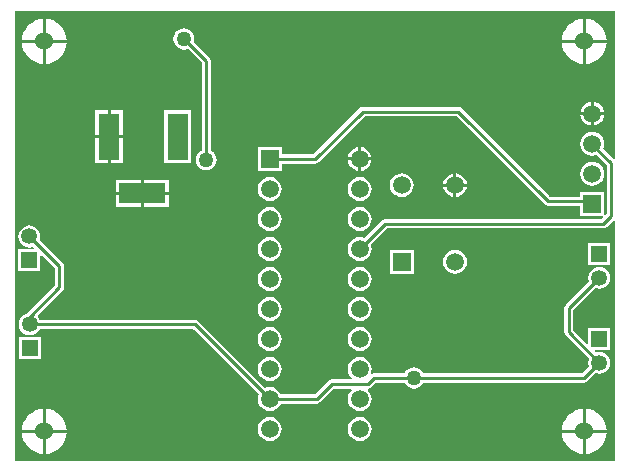
<source format=gbl>
G04*
G04 #@! TF.GenerationSoftware,Altium Limited,Altium Designer,19.1.7 (138)*
G04*
G04 Layer_Physical_Order=2*
G04 Layer_Color=16711680*
%FSLAX25Y25*%
%MOIN*%
G70*
G01*
G75*
%ADD15C,0.01000*%
%ADD23R,0.05906X0.05906*%
%ADD40C,0.05906*%
%ADD41R,0.05906X0.05906*%
%ADD42C,0.06000*%
%ADD43R,0.07087X0.15748*%
%ADD44R,0.15748X0.07087*%
%ADD45R,0.05315X0.05315*%
%ADD46C,0.05315*%
%ADD47C,0.05000*%
G36*
X200229Y150200D02*
X200229Y100870D01*
X199729Y100663D01*
X196200Y104192D01*
X196480Y104868D01*
X196616Y105900D01*
X196480Y106932D01*
X196082Y107893D01*
X195448Y108719D01*
X194623Y109353D01*
X193661Y109751D01*
X192629Y109887D01*
X191597Y109751D01*
X190636Y109353D01*
X189810Y108719D01*
X189176Y107893D01*
X188778Y106932D01*
X188642Y105900D01*
X188778Y104868D01*
X189176Y103907D01*
X189810Y103081D01*
X190636Y102447D01*
X191597Y102049D01*
X192629Y101913D01*
X193661Y102049D01*
X193913Y102153D01*
X197400Y98667D01*
Y82451D01*
X197021Y82141D01*
X196582Y82323D01*
Y89853D01*
X188676D01*
Y88229D01*
X178563D01*
X149111Y117681D01*
X148614Y118013D01*
X148029Y118129D01*
X116129D01*
X115544Y118013D01*
X115048Y117681D01*
X99691Y102324D01*
X89069D01*
Y104748D01*
X81163D01*
Y96842D01*
X89069D01*
Y99266D01*
X100324D01*
X100909Y99382D01*
X101406Y99714D01*
X116763Y115071D01*
X147396D01*
X176848Y85619D01*
X177344Y85287D01*
X177929Y85171D01*
X188676D01*
Y81947D01*
X196206D01*
X196414Y81447D01*
X195696Y80729D01*
X123521D01*
X122936Y80613D01*
X122440Y80281D01*
X116612Y74454D01*
X116148Y74646D01*
X115116Y74782D01*
X114084Y74646D01*
X113123Y74248D01*
X112297Y73614D01*
X111663Y72789D01*
X111265Y71827D01*
X111129Y70795D01*
X111265Y69763D01*
X111663Y68802D01*
X112297Y67976D01*
X113123Y67342D01*
X114084Y66944D01*
X115116Y66808D01*
X116148Y66944D01*
X117109Y67342D01*
X117935Y67976D01*
X118569Y68802D01*
X118967Y69763D01*
X119103Y70795D01*
X118967Y71827D01*
X118775Y72291D01*
X124154Y77671D01*
X196329D01*
X196914Y77787D01*
X197411Y78119D01*
X199729Y80437D01*
X200229Y80230D01*
X200229Y200D01*
X229D01*
X229Y150200D01*
X200229Y150200D01*
D02*
G37*
%LPC*%
G36*
X190500Y147487D02*
Y140500D01*
X197487D01*
X197391Y141470D01*
X196963Y142884D01*
X196266Y144187D01*
X195329Y145329D01*
X194187Y146266D01*
X192884Y146963D01*
X191470Y147391D01*
X190500Y147487D01*
D02*
G37*
G36*
X189500D02*
X188530Y147391D01*
X187116Y146963D01*
X185813Y146266D01*
X184671Y145329D01*
X183734Y144187D01*
X183037Y142884D01*
X182608Y141470D01*
X182513Y140500D01*
X189500D01*
Y147487D01*
D02*
G37*
G36*
X10500D02*
Y140500D01*
X17487D01*
X17391Y141470D01*
X16963Y142884D01*
X16266Y144187D01*
X15329Y145329D01*
X14187Y146266D01*
X12884Y146963D01*
X11470Y147391D01*
X10500Y147487D01*
D02*
G37*
G36*
X9500D02*
X8530Y147391D01*
X7116Y146963D01*
X5813Y146266D01*
X4671Y145329D01*
X3734Y144187D01*
X3037Y142884D01*
X2609Y141470D01*
X2513Y140500D01*
X9500D01*
Y147487D01*
D02*
G37*
G36*
X197487Y139500D02*
X190500D01*
Y132513D01*
X191470Y132608D01*
X192884Y133037D01*
X194187Y133734D01*
X195329Y134671D01*
X196266Y135813D01*
X196963Y137116D01*
X197391Y138530D01*
X197487Y139500D01*
D02*
G37*
G36*
X189500D02*
X182513D01*
X182608Y138530D01*
X183037Y137116D01*
X183734Y135813D01*
X184671Y134671D01*
X185813Y133734D01*
X187116Y133037D01*
X188530Y132608D01*
X189500Y132513D01*
Y139500D01*
D02*
G37*
G36*
X17487D02*
X10500D01*
Y132513D01*
X11470Y132608D01*
X12884Y133037D01*
X14187Y133734D01*
X15329Y134671D01*
X16266Y135813D01*
X16963Y137116D01*
X17391Y138530D01*
X17487Y139500D01*
D02*
G37*
G36*
X9500D02*
X2513D01*
X2609Y138530D01*
X3037Y137116D01*
X3734Y135813D01*
X4671Y134671D01*
X5813Y133734D01*
X7116Y133037D01*
X8530Y132608D01*
X9500Y132513D01*
Y139500D01*
D02*
G37*
G36*
X193129Y119821D02*
Y116400D01*
X196550D01*
X196480Y116932D01*
X196082Y117893D01*
X195448Y118719D01*
X194623Y119353D01*
X193661Y119751D01*
X193129Y119821D01*
D02*
G37*
G36*
X192129D02*
X191597Y119751D01*
X190636Y119353D01*
X189810Y118719D01*
X189176Y117893D01*
X188778Y116932D01*
X188708Y116400D01*
X192129D01*
Y119821D01*
D02*
G37*
G36*
Y115400D02*
X188708D01*
X188778Y114868D01*
X189176Y113907D01*
X189810Y113081D01*
X190636Y112447D01*
X191597Y112049D01*
X192129Y111979D01*
Y115400D01*
D02*
G37*
G36*
X196550D02*
X193129D01*
Y111979D01*
X193661Y112049D01*
X194623Y112447D01*
X195448Y113081D01*
X196082Y113907D01*
X196480Y114868D01*
X196550Y115400D01*
D02*
G37*
G36*
X36138Y117128D02*
X32094D01*
Y108754D01*
X36138D01*
Y117128D01*
D02*
G37*
G36*
X31095D02*
X27051D01*
Y108754D01*
X31095D01*
Y117128D01*
D02*
G37*
G36*
X115616Y104716D02*
Y101295D01*
X119037D01*
X118967Y101827D01*
X118569Y102788D01*
X117935Y103614D01*
X117109Y104248D01*
X116148Y104646D01*
X115616Y104716D01*
D02*
G37*
G36*
X114616D02*
X114084Y104646D01*
X113123Y104248D01*
X112297Y103614D01*
X111663Y102788D01*
X111265Y101827D01*
X111195Y101295D01*
X114616D01*
Y104716D01*
D02*
G37*
G36*
X58972Y117128D02*
X49886D01*
Y99379D01*
X58972D01*
Y117128D01*
D02*
G37*
G36*
X36138Y107754D02*
X32094D01*
Y99379D01*
X36138D01*
Y107754D01*
D02*
G37*
G36*
X31095D02*
X27051D01*
Y99379D01*
X31095D01*
Y107754D01*
D02*
G37*
G36*
X56529Y144330D02*
X55615Y144210D01*
X54764Y143857D01*
X54033Y143296D01*
X53472Y142565D01*
X53119Y141714D01*
X52999Y140800D01*
X53119Y139886D01*
X53472Y139035D01*
X54033Y138304D01*
X54764Y137743D01*
X55615Y137390D01*
X56529Y137270D01*
X57443Y137390D01*
X57820Y137546D01*
X62400Y132966D01*
Y103655D01*
X62164Y103557D01*
X61433Y102996D01*
X60872Y102265D01*
X60519Y101414D01*
X60399Y100500D01*
X60519Y99586D01*
X60872Y98735D01*
X61433Y98004D01*
X62164Y97443D01*
X63015Y97090D01*
X63929Y96970D01*
X64843Y97090D01*
X65694Y97443D01*
X66425Y98004D01*
X66986Y98735D01*
X67339Y99586D01*
X67459Y100500D01*
X67339Y101414D01*
X66986Y102265D01*
X66425Y102996D01*
X65694Y103557D01*
X65459Y103655D01*
Y133600D01*
X65342Y134185D01*
X65011Y134681D01*
X59900Y139792D01*
X59939Y139886D01*
X60059Y140800D01*
X59939Y141714D01*
X59586Y142565D01*
X59025Y143296D01*
X58294Y143857D01*
X57443Y144210D01*
X56529Y144330D01*
D02*
G37*
G36*
X119037Y100295D02*
X115616D01*
Y96874D01*
X116148Y96944D01*
X117109Y97342D01*
X117935Y97976D01*
X118569Y98802D01*
X118967Y99763D01*
X119037Y100295D01*
D02*
G37*
G36*
X114616D02*
X111195D01*
X111265Y99763D01*
X111663Y98802D01*
X112297Y97976D01*
X113123Y97342D01*
X114084Y96944D01*
X114616Y96874D01*
Y100295D01*
D02*
G37*
G36*
X147387Y96016D02*
Y92595D01*
X150808D01*
X150738Y93127D01*
X150340Y94089D01*
X149706Y94914D01*
X148881Y95548D01*
X147919Y95946D01*
X147387Y96016D01*
D02*
G37*
G36*
X146387D02*
X145855Y95946D01*
X144894Y95548D01*
X144068Y94914D01*
X143435Y94089D01*
X143036Y93127D01*
X142966Y92595D01*
X146387D01*
Y96016D01*
D02*
G37*
G36*
X192629Y99887D02*
X191597Y99751D01*
X190636Y99353D01*
X189810Y98719D01*
X189176Y97893D01*
X188778Y96932D01*
X188642Y95900D01*
X188778Y94868D01*
X189176Y93907D01*
X189810Y93081D01*
X190636Y92447D01*
X191597Y92049D01*
X192629Y91913D01*
X193661Y92049D01*
X194623Y92447D01*
X195448Y93081D01*
X196082Y93907D01*
X196480Y94868D01*
X196616Y95900D01*
X196480Y96932D01*
X196082Y97893D01*
X195448Y98719D01*
X194623Y99353D01*
X193661Y99751D01*
X192629Y99887D01*
D02*
G37*
G36*
X51492Y93899D02*
X43118D01*
Y89856D01*
X51492D01*
Y93899D01*
D02*
G37*
G36*
X42118D02*
X33744D01*
Y89856D01*
X42118D01*
Y93899D01*
D02*
G37*
G36*
X150808Y91595D02*
X147387D01*
Y88174D01*
X147919Y88244D01*
X148881Y88643D01*
X149706Y89276D01*
X150340Y90102D01*
X150738Y91063D01*
X150808Y91595D01*
D02*
G37*
G36*
X146387D02*
X142966D01*
X143036Y91063D01*
X143435Y90102D01*
X144068Y89276D01*
X144894Y88643D01*
X145855Y88244D01*
X146387Y88174D01*
Y91595D01*
D02*
G37*
G36*
X129171Y96082D02*
X128139Y95946D01*
X127177Y95548D01*
X126352Y94914D01*
X125718Y94089D01*
X125320Y93127D01*
X125184Y92095D01*
X125320Y91063D01*
X125718Y90102D01*
X126352Y89276D01*
X127177Y88643D01*
X128139Y88244D01*
X129171Y88108D01*
X130203Y88244D01*
X131164Y88643D01*
X131990Y89276D01*
X132624Y90102D01*
X133022Y91063D01*
X133158Y92095D01*
X133022Y93127D01*
X132624Y94089D01*
X131990Y94914D01*
X131164Y95548D01*
X130203Y95946D01*
X129171Y96082D01*
D02*
G37*
G36*
X115116Y94782D02*
X114084Y94646D01*
X113123Y94248D01*
X112297Y93614D01*
X111663Y92788D01*
X111265Y91827D01*
X111129Y90795D01*
X111265Y89763D01*
X111663Y88802D01*
X112297Y87976D01*
X113123Y87342D01*
X114084Y86944D01*
X115116Y86808D01*
X116148Y86944D01*
X117109Y87342D01*
X117935Y87976D01*
X118569Y88802D01*
X118967Y89763D01*
X119103Y90795D01*
X118967Y91827D01*
X118569Y92788D01*
X117935Y93614D01*
X117109Y94248D01*
X116148Y94646D01*
X115116Y94782D01*
D02*
G37*
G36*
X85116D02*
X84084Y94646D01*
X83123Y94248D01*
X82297Y93614D01*
X81663Y92788D01*
X81265Y91827D01*
X81129Y90795D01*
X81265Y89763D01*
X81663Y88802D01*
X82297Y87976D01*
X83123Y87342D01*
X84084Y86944D01*
X85116Y86808D01*
X86148Y86944D01*
X87109Y87342D01*
X87935Y87976D01*
X88569Y88802D01*
X88967Y89763D01*
X89103Y90795D01*
X88967Y91827D01*
X88569Y92788D01*
X87935Y93614D01*
X87109Y94248D01*
X86148Y94646D01*
X85116Y94782D01*
D02*
G37*
G36*
X51492Y88856D02*
X43118D01*
Y84813D01*
X51492D01*
Y88856D01*
D02*
G37*
G36*
X42118D02*
X33744D01*
Y84813D01*
X42118D01*
Y88856D01*
D02*
G37*
G36*
X115116Y84782D02*
X114084Y84646D01*
X113123Y84248D01*
X112297Y83614D01*
X111663Y82788D01*
X111265Y81827D01*
X111129Y80795D01*
X111265Y79763D01*
X111663Y78802D01*
X112297Y77976D01*
X113123Y77342D01*
X114084Y76944D01*
X115116Y76808D01*
X116148Y76944D01*
X117109Y77342D01*
X117935Y77976D01*
X118569Y78802D01*
X118967Y79763D01*
X119103Y80795D01*
X118967Y81827D01*
X118569Y82788D01*
X117935Y83614D01*
X117109Y84248D01*
X116148Y84646D01*
X115116Y84782D01*
D02*
G37*
G36*
X85116D02*
X84084Y84646D01*
X83123Y84248D01*
X82297Y83614D01*
X81663Y82788D01*
X81265Y81827D01*
X81129Y80795D01*
X81265Y79763D01*
X81663Y78802D01*
X82297Y77976D01*
X83123Y77342D01*
X84084Y76944D01*
X85116Y76808D01*
X86148Y76944D01*
X87109Y77342D01*
X87935Y77976D01*
X88569Y78802D01*
X88967Y79763D01*
X89103Y80795D01*
X88967Y81827D01*
X88569Y82788D01*
X87935Y83614D01*
X87109Y84248D01*
X86148Y84646D01*
X85116Y84782D01*
D02*
G37*
G36*
Y74782D02*
X84084Y74646D01*
X83123Y74248D01*
X82297Y73614D01*
X81663Y72789D01*
X81265Y71827D01*
X81129Y70795D01*
X81265Y69763D01*
X81663Y68802D01*
X82297Y67976D01*
X83123Y67342D01*
X84084Y66944D01*
X85116Y66808D01*
X86148Y66944D01*
X87109Y67342D01*
X87935Y67976D01*
X88569Y68802D01*
X88967Y69763D01*
X89103Y70795D01*
X88967Y71827D01*
X88569Y72789D01*
X87935Y73614D01*
X87109Y74248D01*
X86148Y74646D01*
X85116Y74782D01*
D02*
G37*
G36*
X198687Y72732D02*
X191372D01*
Y65417D01*
X198687D01*
Y72732D01*
D02*
G37*
G36*
X133124Y70458D02*
X125218D01*
Y62552D01*
X133124D01*
Y70458D01*
D02*
G37*
G36*
X146887Y70492D02*
X145855Y70356D01*
X144894Y69957D01*
X144068Y69324D01*
X143435Y68498D01*
X143036Y67537D01*
X142901Y66505D01*
X143036Y65473D01*
X143435Y64511D01*
X144068Y63686D01*
X144894Y63052D01*
X145855Y62654D01*
X146887Y62518D01*
X147919Y62654D01*
X148881Y63052D01*
X149706Y63686D01*
X150340Y64511D01*
X150738Y65473D01*
X150874Y66505D01*
X150738Y67537D01*
X150340Y68498D01*
X149706Y69324D01*
X148881Y69957D01*
X147919Y70356D01*
X146887Y70492D01*
D02*
G37*
G36*
X5029Y78658D02*
X4074Y78532D01*
X3185Y78164D01*
X2421Y77578D01*
X1834Y76814D01*
X1466Y75924D01*
X1340Y74969D01*
X1466Y74014D01*
X1834Y73125D01*
X2421Y72361D01*
X3185Y71774D01*
X4074Y71406D01*
X5029Y71280D01*
X5984Y71406D01*
X6283Y71529D01*
X6614Y71198D01*
X6430Y70753D01*
X1372D01*
Y63438D01*
X8687D01*
Y68496D01*
X9149Y68687D01*
X13500Y64336D01*
Y58714D01*
X4048Y49262D01*
X4000Y49191D01*
X3285Y48895D01*
X2521Y48309D01*
X1934Y47545D01*
X1566Y46655D01*
X1440Y45700D01*
X1566Y44745D01*
X1934Y43856D01*
X2521Y43091D01*
X3285Y42505D01*
X4174Y42137D01*
X5129Y42011D01*
X6084Y42137D01*
X6974Y42505D01*
X7738Y43091D01*
X8324Y43856D01*
X8455Y44171D01*
X59578D01*
X81457Y22291D01*
X81265Y21827D01*
X81129Y20795D01*
X81265Y19763D01*
X81663Y18802D01*
X82297Y17976D01*
X83123Y17342D01*
X84084Y16944D01*
X85116Y16808D01*
X86148Y16944D01*
X87109Y17342D01*
X87935Y17976D01*
X88569Y18802D01*
X88761Y19266D01*
X100795D01*
X101380Y19382D01*
X101876Y19714D01*
X106433Y24271D01*
X112331D01*
X112501Y23771D01*
X112297Y23614D01*
X111663Y22788D01*
X111265Y21827D01*
X111129Y20795D01*
X111265Y19763D01*
X111663Y18802D01*
X112297Y17976D01*
X113123Y17342D01*
X114084Y16944D01*
X115116Y16808D01*
X116148Y16944D01*
X117109Y17342D01*
X117935Y17976D01*
X118569Y18802D01*
X118967Y19763D01*
X119103Y20795D01*
X118967Y21827D01*
X118569Y22788D01*
X117935Y23614D01*
X117731Y23771D01*
X117901Y24271D01*
X117959D01*
X118544Y24387D01*
X119040Y24719D01*
X120592Y26271D01*
X130045D01*
X130143Y26035D01*
X130704Y25304D01*
X131435Y24743D01*
X132286Y24390D01*
X133200Y24270D01*
X134114Y24390D01*
X134965Y24743D01*
X135696Y25304D01*
X136257Y26035D01*
X136355Y26271D01*
X189929D01*
X190514Y26387D01*
X191011Y26719D01*
X193759Y29467D01*
X194074Y29337D01*
X195029Y29211D01*
X195984Y29337D01*
X196874Y29705D01*
X197638Y30292D01*
X198224Y31056D01*
X198592Y31945D01*
X198718Y32900D01*
X198592Y33855D01*
X198224Y34745D01*
X197638Y35509D01*
X196874Y36095D01*
X195984Y36463D01*
X195029Y36589D01*
X194074Y36463D01*
X193776Y36340D01*
X193444Y36671D01*
X193629Y37117D01*
X198687D01*
Y44431D01*
X191372D01*
Y39374D01*
X190910Y39182D01*
X186358Y43734D01*
Y50562D01*
X193621Y57824D01*
X194074Y57637D01*
X195029Y57511D01*
X195984Y57637D01*
X196874Y58005D01*
X197638Y58592D01*
X198224Y59355D01*
X198592Y60245D01*
X198718Y61200D01*
X198592Y62155D01*
X198224Y63045D01*
X197638Y63809D01*
X196874Y64395D01*
X195984Y64763D01*
X195029Y64889D01*
X194074Y64763D01*
X193185Y64395D01*
X192421Y63809D01*
X191834Y63045D01*
X191466Y62155D01*
X191340Y61200D01*
X191466Y60245D01*
X191539Y60068D01*
X183748Y52276D01*
X183416Y51780D01*
X183300Y51195D01*
Y43100D01*
X183416Y42515D01*
X183748Y42019D01*
X191596Y34170D01*
X191466Y33855D01*
X191340Y32900D01*
X191466Y31945D01*
X191596Y31630D01*
X189296Y29329D01*
X136355D01*
X136257Y29565D01*
X135696Y30296D01*
X134965Y30857D01*
X134114Y31210D01*
X133200Y31330D01*
X132286Y31210D01*
X131435Y30857D01*
X130704Y30296D01*
X130143Y29565D01*
X130045Y29329D01*
X119959D01*
X119374Y29213D01*
X119245Y29127D01*
X118841Y29458D01*
X118967Y29763D01*
X119103Y30795D01*
X118967Y31827D01*
X118569Y32789D01*
X117935Y33614D01*
X117109Y34248D01*
X116148Y34646D01*
X115116Y34782D01*
X114084Y34646D01*
X113123Y34248D01*
X112297Y33614D01*
X111663Y32789D01*
X111265Y31827D01*
X111129Y30795D01*
X111265Y29763D01*
X111663Y28802D01*
X112297Y27976D01*
X112488Y27829D01*
X112318Y27329D01*
X105800D01*
X105215Y27213D01*
X104719Y26882D01*
X100162Y22324D01*
X88761D01*
X88569Y22788D01*
X87935Y23614D01*
X87109Y24248D01*
X86148Y24646D01*
X85116Y24782D01*
X84084Y24646D01*
X83620Y24454D01*
X61292Y46782D01*
X60796Y47113D01*
X60211Y47229D01*
X8455D01*
X8324Y47545D01*
X7738Y48309D01*
X7718Y48607D01*
X16111Y56999D01*
X16442Y57495D01*
X16558Y58081D01*
Y64969D01*
X16442Y65554D01*
X16111Y66050D01*
X8462Y73699D01*
X8592Y74014D01*
X8718Y74969D01*
X8592Y75924D01*
X8224Y76814D01*
X7638Y77578D01*
X6874Y78164D01*
X5984Y78532D01*
X5029Y78658D01*
D02*
G37*
G36*
X115116Y64782D02*
X114084Y64646D01*
X113123Y64248D01*
X112297Y63614D01*
X111663Y62788D01*
X111265Y61827D01*
X111129Y60795D01*
X111265Y59763D01*
X111663Y58802D01*
X112297Y57976D01*
X113123Y57342D01*
X114084Y56944D01*
X115116Y56808D01*
X116148Y56944D01*
X117109Y57342D01*
X117935Y57976D01*
X118569Y58802D01*
X118967Y59763D01*
X119103Y60795D01*
X118967Y61827D01*
X118569Y62788D01*
X117935Y63614D01*
X117109Y64248D01*
X116148Y64646D01*
X115116Y64782D01*
D02*
G37*
G36*
X85116D02*
X84084Y64646D01*
X83123Y64248D01*
X82297Y63614D01*
X81663Y62788D01*
X81265Y61827D01*
X81129Y60795D01*
X81265Y59763D01*
X81663Y58802D01*
X82297Y57976D01*
X83123Y57342D01*
X84084Y56944D01*
X85116Y56808D01*
X86148Y56944D01*
X87109Y57342D01*
X87935Y57976D01*
X88569Y58802D01*
X88967Y59763D01*
X89103Y60795D01*
X88967Y61827D01*
X88569Y62788D01*
X87935Y63614D01*
X87109Y64248D01*
X86148Y64646D01*
X85116Y64782D01*
D02*
G37*
G36*
X115116Y54782D02*
X114084Y54646D01*
X113123Y54248D01*
X112297Y53614D01*
X111663Y52789D01*
X111265Y51827D01*
X111129Y50795D01*
X111265Y49763D01*
X111663Y48802D01*
X112297Y47976D01*
X113123Y47342D01*
X114084Y46944D01*
X115116Y46808D01*
X116148Y46944D01*
X117109Y47342D01*
X117935Y47976D01*
X118569Y48802D01*
X118967Y49763D01*
X119103Y50795D01*
X118967Y51827D01*
X118569Y52789D01*
X117935Y53614D01*
X117109Y54248D01*
X116148Y54646D01*
X115116Y54782D01*
D02*
G37*
G36*
X85116D02*
X84084Y54646D01*
X83123Y54248D01*
X82297Y53614D01*
X81663Y52789D01*
X81265Y51827D01*
X81129Y50795D01*
X81265Y49763D01*
X81663Y48802D01*
X82297Y47976D01*
X83123Y47342D01*
X84084Y46944D01*
X85116Y46808D01*
X86148Y46944D01*
X87109Y47342D01*
X87935Y47976D01*
X88569Y48802D01*
X88967Y49763D01*
X89103Y50795D01*
X88967Y51827D01*
X88569Y52789D01*
X87935Y53614D01*
X87109Y54248D01*
X86148Y54646D01*
X85116Y54782D01*
D02*
G37*
G36*
X115116Y44782D02*
X114084Y44646D01*
X113123Y44248D01*
X112297Y43614D01*
X111663Y42788D01*
X111265Y41827D01*
X111129Y40795D01*
X111265Y39763D01*
X111663Y38802D01*
X112297Y37976D01*
X113123Y37342D01*
X114084Y36944D01*
X115116Y36808D01*
X116148Y36944D01*
X117109Y37342D01*
X117935Y37976D01*
X118569Y38802D01*
X118967Y39763D01*
X119103Y40795D01*
X118967Y41827D01*
X118569Y42788D01*
X117935Y43614D01*
X117109Y44248D01*
X116148Y44646D01*
X115116Y44782D01*
D02*
G37*
G36*
X85116D02*
X84084Y44646D01*
X83123Y44248D01*
X82297Y43614D01*
X81663Y42788D01*
X81265Y41827D01*
X81129Y40795D01*
X81265Y39763D01*
X81663Y38802D01*
X82297Y37976D01*
X83123Y37342D01*
X84084Y36944D01*
X85116Y36808D01*
X86148Y36944D01*
X87109Y37342D01*
X87935Y37976D01*
X88569Y38802D01*
X88967Y39763D01*
X89103Y40795D01*
X88967Y41827D01*
X88569Y42788D01*
X87935Y43614D01*
X87109Y44248D01*
X86148Y44646D01*
X85116Y44782D01*
D02*
G37*
G36*
X8787Y41484D02*
X1472D01*
Y34168D01*
X8787D01*
Y41484D01*
D02*
G37*
G36*
X85116Y34782D02*
X84084Y34646D01*
X83123Y34248D01*
X82297Y33614D01*
X81663Y32789D01*
X81265Y31827D01*
X81129Y30795D01*
X81265Y29763D01*
X81663Y28802D01*
X82297Y27976D01*
X83123Y27342D01*
X84084Y26944D01*
X85116Y26808D01*
X86148Y26944D01*
X87109Y27342D01*
X87935Y27976D01*
X88569Y28802D01*
X88967Y29763D01*
X89103Y30795D01*
X88967Y31827D01*
X88569Y32789D01*
X87935Y33614D01*
X87109Y34248D01*
X86148Y34646D01*
X85116Y34782D01*
D02*
G37*
G36*
X190500Y17487D02*
Y10500D01*
X197487D01*
X197391Y11470D01*
X196963Y12884D01*
X196266Y14187D01*
X195329Y15329D01*
X194187Y16266D01*
X192884Y16963D01*
X191470Y17391D01*
X190500Y17487D01*
D02*
G37*
G36*
X189500D02*
X188530Y17391D01*
X187116Y16963D01*
X185813Y16266D01*
X184671Y15329D01*
X183734Y14187D01*
X183037Y12884D01*
X182608Y11470D01*
X182513Y10500D01*
X189500D01*
Y17487D01*
D02*
G37*
G36*
X10500D02*
Y10500D01*
X17487D01*
X17391Y11470D01*
X16963Y12884D01*
X16266Y14187D01*
X15329Y15329D01*
X14187Y16266D01*
X12884Y16963D01*
X11470Y17391D01*
X10500Y17487D01*
D02*
G37*
G36*
X9500D02*
X8530Y17391D01*
X7116Y16963D01*
X5813Y16266D01*
X4671Y15329D01*
X3734Y14187D01*
X3037Y12884D01*
X2609Y11470D01*
X2513Y10500D01*
X9500D01*
Y17487D01*
D02*
G37*
G36*
X115116Y14782D02*
X114084Y14646D01*
X113123Y14248D01*
X112297Y13614D01*
X111663Y12788D01*
X111265Y11827D01*
X111129Y10795D01*
X111265Y9763D01*
X111663Y8802D01*
X112297Y7976D01*
X113123Y7342D01*
X114084Y6944D01*
X115116Y6808D01*
X116148Y6944D01*
X117109Y7342D01*
X117935Y7976D01*
X118569Y8802D01*
X118967Y9763D01*
X119103Y10795D01*
X118967Y11827D01*
X118569Y12788D01*
X117935Y13614D01*
X117109Y14248D01*
X116148Y14646D01*
X115116Y14782D01*
D02*
G37*
G36*
X85116D02*
X84084Y14646D01*
X83123Y14248D01*
X82297Y13614D01*
X81663Y12788D01*
X81265Y11827D01*
X81129Y10795D01*
X81265Y9763D01*
X81663Y8802D01*
X82297Y7976D01*
X83123Y7342D01*
X84084Y6944D01*
X85116Y6808D01*
X86148Y6944D01*
X87109Y7342D01*
X87935Y7976D01*
X88569Y8802D01*
X88967Y9763D01*
X89103Y10795D01*
X88967Y11827D01*
X88569Y12788D01*
X87935Y13614D01*
X87109Y14248D01*
X86148Y14646D01*
X85116Y14782D01*
D02*
G37*
G36*
X197487Y9500D02*
X190500D01*
Y2513D01*
X191470Y2609D01*
X192884Y3037D01*
X194187Y3734D01*
X195329Y4671D01*
X196266Y5813D01*
X196963Y7116D01*
X197391Y8530D01*
X197487Y9500D01*
D02*
G37*
G36*
X189500D02*
X182513D01*
X182608Y8530D01*
X183037Y7116D01*
X183734Y5813D01*
X184671Y4671D01*
X185813Y3734D01*
X187116Y3037D01*
X188530Y2609D01*
X189500Y2513D01*
Y9500D01*
D02*
G37*
G36*
X17487D02*
X10500D01*
Y2513D01*
X11470Y2609D01*
X12884Y3037D01*
X14187Y3734D01*
X15329Y4671D01*
X16266Y5813D01*
X16963Y7116D01*
X17391Y8530D01*
X17487Y9500D01*
D02*
G37*
G36*
X9500D02*
X2513D01*
X2609Y8530D01*
X3037Y7116D01*
X3734Y5813D01*
X4671Y4671D01*
X5813Y3734D01*
X7116Y3037D01*
X8530Y2609D01*
X9500Y2513D01*
Y9500D01*
D02*
G37*
%LPD*%
D15*
X189929Y27800D02*
X195029Y32900D01*
X133200Y27800D02*
X189929D01*
X105800Y25800D02*
X117959D01*
X119959Y27800D01*
X133200D01*
X100795Y20795D02*
X105800Y25800D01*
X85116Y20795D02*
X100795D01*
X60211Y45700D02*
X85116Y20795D01*
X5129Y45700D02*
X60211D01*
X184829Y43100D02*
Y51195D01*
X56629Y140900D02*
X63929Y133600D01*
X184829Y43100D02*
X195029Y32900D01*
X5129Y45700D02*
Y48181D01*
X15029Y58081D01*
X63929Y100500D02*
Y133600D01*
X177929Y86700D02*
X191829D01*
X192629Y85900D01*
X148029Y116600D02*
X177929Y86700D01*
X116129Y116600D02*
X148029D01*
X100324Y100795D02*
X116129Y116600D01*
X85116Y100795D02*
X100324D01*
X5029Y74969D02*
X15029Y64969D01*
Y58081D02*
Y64969D01*
X184829Y51195D02*
X194829Y61195D01*
X192629Y105600D02*
X198929Y99300D01*
X192629Y105600D02*
Y105900D01*
X198929Y81800D02*
Y99300D01*
X196329Y79200D02*
X198929Y81800D01*
X123521Y79200D02*
X196329D01*
X115116Y70795D02*
X123521Y79200D01*
D23*
X129171Y66505D02*
D03*
X192629Y85900D02*
D03*
D40*
X115116Y10795D02*
D03*
Y20795D02*
D03*
Y30795D02*
D03*
Y40795D02*
D03*
Y50795D02*
D03*
Y60795D02*
D03*
Y70795D02*
D03*
Y80795D02*
D03*
Y90795D02*
D03*
Y100795D02*
D03*
X85116Y10795D02*
D03*
Y20795D02*
D03*
Y30795D02*
D03*
Y40795D02*
D03*
Y50795D02*
D03*
Y60795D02*
D03*
Y70795D02*
D03*
Y80795D02*
D03*
Y90795D02*
D03*
X146887Y66505D02*
D03*
Y92095D02*
D03*
X129171D02*
D03*
X192629Y95900D02*
D03*
Y105900D02*
D03*
Y115900D02*
D03*
D41*
X85116Y100795D02*
D03*
D42*
X190000Y10000D02*
D03*
X10000Y140000D02*
D03*
X190000D02*
D03*
X10000Y10000D02*
D03*
D43*
X54429Y108254D02*
D03*
X31594D02*
D03*
D44*
X42618Y89356D02*
D03*
D45*
X195029Y69074D02*
D03*
Y40774D02*
D03*
X5129Y37826D02*
D03*
X5029Y67095D02*
D03*
D46*
X195029Y61200D02*
D03*
Y32900D02*
D03*
X5129Y45700D02*
D03*
X5029Y74969D02*
D03*
D47*
X133200Y27800D02*
D03*
X56529Y140800D02*
D03*
X63929Y100500D02*
D03*
M02*

</source>
